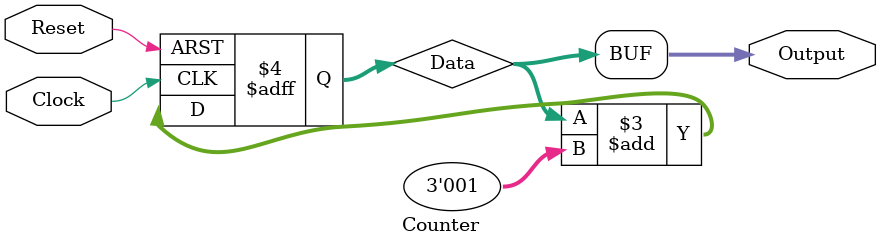
<source format=v>
module Counter(Output,Clock,Reset);
	input Reset;
	input Clock;
	output [2:0] Output;
	reg [2:0] Data;

	always@ ( posedge Clock or negedge Reset)
		begin
			if(Reset == 1'b0) //Reset
				Data[2:0] <= 3'b000; //Non-Blocking Assigment
			else // Increment
				Data[2:0] <= Data[2:0] + 3'b001; //Non-Blocking Assigment
		end

	assign Output[2:0] = Data[2:0]; //Blocking Assigment

endmodule

</source>
